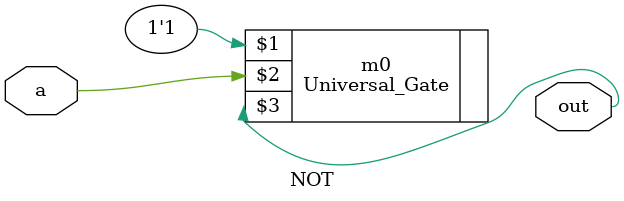
<source format=v>
`timescale 1ns/1ps

module FPGA_Display (SW, control, seg);
input [10:0] SW;
output [3:0] control;
output [7:0] seg;

wire [3:0] rd;
reg [7:0] seg;

assign control = 4'b1110;

Decode_And_Execute d0(SW[6:3], SW[10:7], SW[2:0], rd);

always @(*) begin

    case (rd)
        4'h0: seg = 8'b00000011;
        4'h1: seg = 8'b10011111;
        4'h2: seg = 8'b00100101;
        4'h3: seg = 8'b00001101;
        4'h4: seg = 8'b10011001;
        4'h5: seg = 8'b01001001;
        4'h6: seg = 8'b01000001;
        4'h7: seg = 8'b00011111;
        4'h8: seg = 8'b00000001;
        4'h9: seg = 8'b00001001;
        4'hA: seg = 8'b00010001;
        4'hB: seg = 8'b00000001;
        4'hC: seg = 8'b01100011;
        4'hD: seg = 8'b00000011;
        default: seg = 8'b01100001;
    endcase

end

endmodule


module Decode_And_Execute(rs, rt, sel, rd);
input [3:0] rs, rt;
input [2:0] sel;
output [3:0] rd;

wire [3:0] I0, I1, I2, I3, I4, I5, I6, I7;
wire [3:0] w0, w1, w2, w3, w4, w5;

ADD m0(rs, rt, I0);
SUB m1(rs, rt, I1);
Bitwise_AND m2(rs, rt, I2);
Bitwise_OR m3(rs, rt, I3);
rs_L_shift m4(rs, I4);
rt_R_shift m5(rt, I5);
Equality m6(rs, rt, I6);
Grater_than m7(rs, rt, I7);

Mux mux0[3:0](I0, I1, sel[0], w0);
Mux mux1[3:0](I2, I3, sel[0], w1);
Mux mux2[3:0](I4, I5, sel[0], w2);
Mux mux3[3:0](I6, I7, sel[0], w3);
Mux mux4[3:0](w0, w1, sel[1], w4);
Mux mux5[3:0](w2, w3, sel[1], w5);
Mux mux6[3:0](w4, w5, sel[2], rd);

endmodule


module ADD(rs, rt, rd);
input [3:0] rs, rt;
output [3:0] rd;

Adder m0(.rs(rs), .rt(rt), .rd(rd));

endmodule

module SUB(rs, rt, rd);
input [3:0] rs, rt;
output [3:0] rd;

Substractor m0(.rs(rs), .rt(rt), .rd(rd));

endmodule

module Bitwise_AND(rs, rt, rd);
input [3:0] rs, rt;
output [3:0] rd;

AND bitwise_and[3:0](rs, rt, rd);

endmodule

module Bitwise_OR(rs, rt, rd);
input [3:0] rs, rt;
output [3:0] rd;

OR bitwise_or[3:0](rs, rt, rd);

endmodule

module rs_L_shift(rs, rd);
input [3:0] rs;
output [3:0] rd;

wire [3:0] rs_neg;

NOT m0[3:0](rs, rs_neg);

NOT m1(rs_neg[2], rd[3]);
NOT m2(rs_neg[1], rd[2]);
NOT m3(rs_neg[0], rd[1]);
NOT m4(rs_neg[3], rd[0]);

endmodule

module rt_R_shift(rt, rd);
input [3:0] rt;
output [3:0] rd;

wire [3:0] rt_neg;

NOT m0[3:0](rt, rt_neg);

NOT m1(rt_neg[3], rd[3]);
NOT m2(rt_neg[3], rd[2]);
NOT m3(rt_neg[2], rd[1]);
NOT m4(rt_neg[1], rd[0]);


endmodule

module Equality(rs, rt, rd);
input [3:0] rs, rt;
output [3:0] rd;

wire w0, w1, w2, w3, w4, w5;
wire rs0_neg;

XNOR m0(rs[0], rt[0], w0);
XNOR m1(rs[1], rt[1], w1);
XNOR m2(rs[2], rt[2], w2);
XNOR m3(rs[3], rt[3], w3);

AND m4(w0, w1, w4);
AND m5(w4, w2, w5);
AND m6(w5, w3, rd[0]);

NOT m7(rs[0], rs0_neg);
OR m8(rs[0], rs0_neg, rd[1]);
OR m9(rs[0], rs0_neg, rd[2]);
OR m10(rs[0], rs0_neg, rd[3]);

endmodule

module Equality_1bit(rs, rt, rd);
input rs, rt;
output rd;

XNOR m0(rs, rt, rd);

endmodule

module Grater_than(rs, rt, rd);
input [3:0] rs, rt;
output [3:0] rd;

wire rs0_neg;
wire w0, w1, w2, w3, w4, w5, w6, w7;
wire w8, w9, w10, w11, w12, w13, w14, w15;
wire w16, w17, w18;
wire zero, one;

NOT m0(rs[0], rs0_neg);
AND m1(rs[0], rs0_neg, zero);
OR m2(rs[0], rs0_neg, one);

//rs[3] > rt[3]
Grater_than_1bit m5(rs[3], rt[3], w0);

//rs[3] == rt[3] rs[2] > rt[2]
Equality_1bit m7(rs[3], rt[3], w1);
Grater_than_1bit m8(rs[2], rt[2], w2);
AND m9(w1, w2, w3);

//rs[3] == rt[3] rs[2] == rt[2] rs[1] > rt[1]
Equality_1bit m10(rs[3], rt[3], w4);
Equality_1bit m11(rs[2], rt[2], w5);
Grater_than_1bit m12(rs[1], rt[1], w6);
AND m13(w4, w5, w7);
AND m14(w7, w6, w8);

//rs[3] == rt[3] rs[2] == rt[2] rs[1] > rt[1]
Equality_1bit m15(rs[3], rt[3], w9);
Equality_1bit m16(rs[2], rt[2], w10);
Equality_1bit m17(rs[1], rt[1], w11);
Grater_than_1bit m18(rs[0], rt[0], w12);
AND m19(w9, w10, w13);
AND m20(w11, w13, w14);
AND m21(w12, w14, w15);

OR OR0(w0, w3, w16);
OR OR1(w16, w8, w17);
OR OR2(w17, w15, rd[0]);

NOT NOT0(zero, rd[3]);
NOT NOT1(one, rd[2]);
NOT NOT2(zero, rd[1]);

endmodule

module Grater_than_1bit (a, b, out);
input a, b;
output out;

//out == 1 when a == 1 and b == 0
wire b_neg;

NOT m0(b, b_neg);
AND m1(a, b_neg, out);

endmodule

module Adder(rs, rt, rd);
input [3:0] rs, rt;
output [3:0] rd;

wire zero, rs0_neg;

NOT m0(rs[0], rs0_neg);
AND m1(rs[0], rs0_neg, zero);

Ripple_Carry_Adder m3(.rs(rs), .rt(rt), .rd(rd), .cin(zero));

endmodule


module Substractor(rs, rt, rd);
input [3:0] rs, rt;
output [3:0] rd;

wire one, rs0_neg;
wire [3:0] rt_neg;

NOT m0(rs[0], rs0_neg);
OR m1(rs[0], rs0_neg, one);

//1's complement of rt
NOT m2[3:0](rt, rt_neg);

Ripple_Carry_Adder m3(.rs(rs), .rt(rt_neg), .rd(rd), .cin(one));

endmodule


module Ripple_Carry_Adder(rs, rt, rd, cin);
input [3:0] rs, rt;
input cin;
output [3:0] rd;

wire rs0_neg;
wire [3:0] c;

Full_Adder m2(.a(rs[0]), .b(rt[0]), .cin(cin), .cout(c[0]), .sum(rd[0]));
Full_Adder m3(.a(rs[1]), .b(rt[1]), .cin(c[0]), .cout(c[1]), .sum(rd[1]));
Full_Adder m4(.a(rs[2]), .b(rt[2]), .cin(c[1]), .cout(c[2]), .sum(rd[2]));
Full_Adder m5(.a(rs[3]), .b(rt[3]), .cin(c[2]), .cout(c[3]), .sum(rd[3]));

endmodule

module Full_Adder(a, b, cin, cout, sum);
input a, b, cin;
output cout, sum;

wire w0, w1, w2, w3, w4;

XOR m0(a, b, w0);
XOR m1(w0, cin, sum);

AND m2(a, b, w1);
AND m3(a, cin, w2);
AND m4(b, cin, w3);
OR m5(w1, w2, w4);
OR m6(w3, w4, cout);

endmodule

module Mux(a, b, sel, f);
input a, b;
input sel;
output f;

wire neg_sel;
wire tmp_a, tmp_b;

NOT n0(sel, neg_sel);

AND and0(a, neg_sel, tmp_a);
AND and1(b, sel, tmp_b);

OR or0(tmp_a, tmp_b, f);

endmodule

module AND(a, b, out);
input a, b;
output out;

wire b_neg;

NOT m0(b, b_neg);
Universal_Gate m1(a, b_neg, out);

endmodule


module OR(a, b, out);
input a, b;
output out;

wire a_neg, w0;

NOT m0(a, a_neg);
Universal_Gate m1(a_neg, b, w0);
NOT m2(w0, out);

endmodule

module XOR(a, b, out);
input a, b;
output out;

wire a_neg, b_neg, w0, w1;

NOT m0(a, a_neg);
NOT m1(b, b_neg);

AND m2(a, b_neg, w0);
AND m3(a_neg, b, w1);

OR m4(w0, w1, out);

endmodule

module NAND(a, b, out);
input a, b;
output out;

wire w0;

AND m0(a, b, w0);
NOT m1(w0, out);

endmodule

module NOR(a, b, out);
input a, b;
output out;

wire w0;

OR m0(a, b, w0);
NOT m1(w0, out);

endmodule

module XNOR(a, b, out);
input a, b;
output out;

wire a_neg, b_neg, w0, w1;

NOT m0(a, a_neg);
NOT m1(b, b_neg);

AND m2(a_neg, b_neg, w0);
AND m3(a, b, w1);

OR m4(w0, w1, out);

endmodule

module NOT(a, out);
input a;
output out;

Universal_Gate m0(1'b1, a, out);

endmodule

</source>
